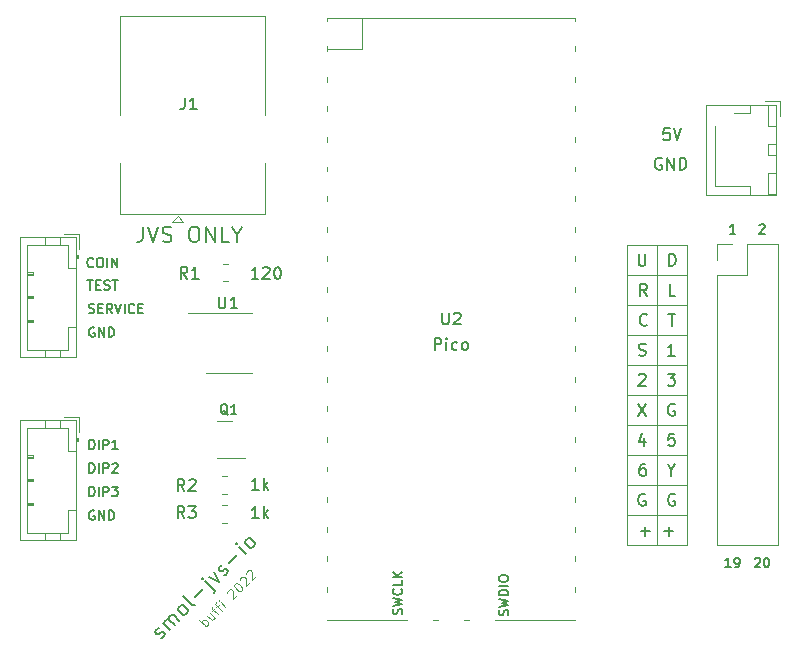
<source format=gbr>
G04 #@! TF.GenerationSoftware,KiCad,Pcbnew,(6.0.0)*
G04 #@! TF.CreationDate,2022-10-11T17:00:54+02:00*
G04 #@! TF.ProjectId,smol-jvs,736d6f6c-2d6a-4767-932e-6b696361645f,rev?*
G04 #@! TF.SameCoordinates,Original*
G04 #@! TF.FileFunction,Legend,Top*
G04 #@! TF.FilePolarity,Positive*
%FSLAX46Y46*%
G04 Gerber Fmt 4.6, Leading zero omitted, Abs format (unit mm)*
G04 Created by KiCad (PCBNEW (6.0.0)) date 2022-10-11 17:00:54*
%MOMM*%
%LPD*%
G01*
G04 APERTURE LIST*
%ADD10C,0.120000*%
%ADD11C,0.150000*%
%ADD12C,0.100000*%
%ADD13C,0.200000*%
G04 APERTURE END LIST*
D10*
X224790000Y-79605000D02*
X224790000Y-77065000D01*
X224790000Y-74525000D02*
X224790000Y-71985000D01*
X224790000Y-77065000D02*
X229870000Y-77065000D01*
X224790000Y-69445000D02*
X224790000Y-66905000D01*
X224790000Y-64365000D02*
X229870000Y-64365000D01*
X229870000Y-69445000D02*
X224790000Y-69445000D01*
X224790000Y-84685000D02*
X224790000Y-82145000D01*
X229870000Y-66905000D02*
X229870000Y-64365000D01*
X224790000Y-87225000D02*
X229870000Y-87225000D01*
X224790000Y-64365000D02*
X224790000Y-89765000D01*
X229870000Y-84685000D02*
X224790000Y-84685000D01*
X224790000Y-66905000D02*
X229870000Y-66905000D01*
X229870000Y-82145000D02*
X229870000Y-79605000D01*
X229870000Y-79605000D02*
X224790000Y-79605000D01*
X229870000Y-89765000D02*
X229870000Y-64365000D01*
X227330000Y-64365000D02*
X227330000Y-89765000D01*
X224790000Y-71985000D02*
X229870000Y-71985000D01*
X224790000Y-82145000D02*
X229870000Y-82145000D01*
X229870000Y-89765000D02*
X224790000Y-89765000D01*
X229870000Y-71985000D02*
X229870000Y-69445000D01*
X229870000Y-74525000D02*
X224790000Y-74525000D01*
X229870000Y-87225000D02*
X229870000Y-84685000D01*
D11*
X179707023Y-71350000D02*
X179630833Y-71311904D01*
X179516547Y-71311904D01*
X179402261Y-71350000D01*
X179326071Y-71426190D01*
X179287976Y-71502380D01*
X179249880Y-71654761D01*
X179249880Y-71769047D01*
X179287976Y-71921428D01*
X179326071Y-71997619D01*
X179402261Y-72073809D01*
X179516547Y-72111904D01*
X179592738Y-72111904D01*
X179707023Y-72073809D01*
X179745119Y-72035714D01*
X179745119Y-71769047D01*
X179592738Y-71769047D01*
X180087976Y-72111904D02*
X180087976Y-71311904D01*
X180545119Y-72111904D01*
X180545119Y-71311904D01*
X180926071Y-72111904D02*
X180926071Y-71311904D01*
X181116547Y-71311904D01*
X181230833Y-71350000D01*
X181307023Y-71426190D01*
X181345119Y-71502380D01*
X181383214Y-71654761D01*
X181383214Y-71769047D01*
X181345119Y-71921428D01*
X181307023Y-71997619D01*
X181230833Y-72073809D01*
X181116547Y-72111904D01*
X180926071Y-72111904D01*
D12*
X189127850Y-96633960D02*
X188562165Y-96068274D01*
X188777664Y-96283773D02*
X188804601Y-96202961D01*
X188912351Y-96095211D01*
X188993163Y-96068274D01*
X189047038Y-96068274D01*
X189127850Y-96095211D01*
X189289475Y-96256836D01*
X189316412Y-96337648D01*
X189316412Y-96391523D01*
X189289475Y-96472335D01*
X189181725Y-96580085D01*
X189100913Y-96607022D01*
X189504974Y-95502589D02*
X189882097Y-95879712D01*
X189262537Y-95745025D02*
X189558849Y-96041337D01*
X189639661Y-96068274D01*
X189720473Y-96041337D01*
X189801285Y-95960524D01*
X189828223Y-95879712D01*
X189828223Y-95825837D01*
X189693536Y-95314027D02*
X189909035Y-95098528D01*
X190151471Y-95610338D02*
X189666598Y-95125465D01*
X189639661Y-95044653D01*
X189666598Y-94963841D01*
X189720473Y-94909966D01*
X190016784Y-94990778D02*
X190232284Y-94775279D01*
X190474720Y-95287089D02*
X189989847Y-94802216D01*
X189962910Y-94721404D01*
X189989847Y-94640592D01*
X190043722Y-94586717D01*
X190797969Y-94963841D02*
X190420845Y-94586717D01*
X190232284Y-94398155D02*
X190232284Y-94452030D01*
X190286158Y-94452030D01*
X190286158Y-94398155D01*
X190232284Y-94398155D01*
X190286158Y-94452030D01*
X190959593Y-93778595D02*
X190959593Y-93724720D01*
X190986531Y-93643908D01*
X191121218Y-93509221D01*
X191202030Y-93482284D01*
X191255905Y-93482284D01*
X191336717Y-93509221D01*
X191390592Y-93563096D01*
X191444467Y-93670845D01*
X191444467Y-94317343D01*
X191794653Y-93967157D01*
X191579154Y-93051285D02*
X191633028Y-92997410D01*
X191713841Y-92970473D01*
X191767715Y-92970473D01*
X191848528Y-92997410D01*
X191983215Y-93078223D01*
X192117902Y-93212910D01*
X192198714Y-93347597D01*
X192225651Y-93428409D01*
X192225651Y-93482284D01*
X192198714Y-93563096D01*
X192144839Y-93616971D01*
X192064027Y-93643908D01*
X192010152Y-93643908D01*
X191929340Y-93616971D01*
X191794653Y-93536158D01*
X191659966Y-93401471D01*
X191579154Y-93266784D01*
X191552216Y-93185972D01*
X191552216Y-93132097D01*
X191579154Y-93051285D01*
X192037089Y-92701099D02*
X192037089Y-92647224D01*
X192064027Y-92566412D01*
X192198714Y-92431725D01*
X192279526Y-92404788D01*
X192333401Y-92404788D01*
X192414213Y-92431725D01*
X192468088Y-92485600D01*
X192521963Y-92593349D01*
X192521963Y-93239847D01*
X192872149Y-92889661D01*
X192575837Y-92162351D02*
X192575837Y-92108476D01*
X192602775Y-92027664D01*
X192737462Y-91892977D01*
X192818274Y-91866039D01*
X192872149Y-91866039D01*
X192952961Y-91892977D01*
X193006836Y-91946852D01*
X193060711Y-92054601D01*
X193060711Y-92701099D01*
X193410897Y-92350913D01*
D11*
X225806190Y-73659761D02*
X225949047Y-73707380D01*
X226187142Y-73707380D01*
X226282380Y-73659761D01*
X226330000Y-73612142D01*
X226377619Y-73516904D01*
X226377619Y-73421666D01*
X226330000Y-73326428D01*
X226282380Y-73278809D01*
X226187142Y-73231190D01*
X225996666Y-73183571D01*
X225901428Y-73135952D01*
X225853809Y-73088333D01*
X225806190Y-72993095D01*
X225806190Y-72897857D01*
X225853809Y-72802619D01*
X225901428Y-72755000D01*
X225996666Y-72707380D01*
X226234761Y-72707380D01*
X226377619Y-72755000D01*
X228853809Y-73707380D02*
X228282380Y-73707380D01*
X228568095Y-73707380D02*
X228568095Y-72707380D01*
X228472857Y-72850238D01*
X228377619Y-72945476D01*
X228282380Y-72993095D01*
X233978571Y-63361904D02*
X233521428Y-63361904D01*
X233750000Y-63361904D02*
X233750000Y-62561904D01*
X233673809Y-62676190D01*
X233597619Y-62752380D01*
X233521428Y-62790476D01*
X179287976Y-81611904D02*
X179287976Y-80811904D01*
X179478452Y-80811904D01*
X179592738Y-80850000D01*
X179668928Y-80926190D01*
X179707023Y-81002380D01*
X179745119Y-81154761D01*
X179745119Y-81269047D01*
X179707023Y-81421428D01*
X179668928Y-81497619D01*
X179592738Y-81573809D01*
X179478452Y-81611904D01*
X179287976Y-81611904D01*
X180087976Y-81611904D02*
X180087976Y-80811904D01*
X180468928Y-81611904D02*
X180468928Y-80811904D01*
X180773690Y-80811904D01*
X180849880Y-80850000D01*
X180887976Y-80888095D01*
X180926071Y-80964285D01*
X180926071Y-81078571D01*
X180887976Y-81154761D01*
X180849880Y-81192857D01*
X180773690Y-81230952D01*
X180468928Y-81230952D01*
X181687976Y-81611904D02*
X181230833Y-81611904D01*
X181459404Y-81611904D02*
X181459404Y-80811904D01*
X181383214Y-80926190D01*
X181307023Y-81002380D01*
X181230833Y-81040476D01*
X179287976Y-85611904D02*
X179287976Y-84811904D01*
X179478452Y-84811904D01*
X179592738Y-84850000D01*
X179668928Y-84926190D01*
X179707023Y-85002380D01*
X179745119Y-85154761D01*
X179745119Y-85269047D01*
X179707023Y-85421428D01*
X179668928Y-85497619D01*
X179592738Y-85573809D01*
X179478452Y-85611904D01*
X179287976Y-85611904D01*
X180087976Y-85611904D02*
X180087976Y-84811904D01*
X180468928Y-85611904D02*
X180468928Y-84811904D01*
X180773690Y-84811904D01*
X180849880Y-84850000D01*
X180887976Y-84888095D01*
X180926071Y-84964285D01*
X180926071Y-85078571D01*
X180887976Y-85154761D01*
X180849880Y-85192857D01*
X180773690Y-85230952D01*
X180468928Y-85230952D01*
X181192738Y-84811904D02*
X181687976Y-84811904D01*
X181421309Y-85116666D01*
X181535595Y-85116666D01*
X181611785Y-85154761D01*
X181649880Y-85192857D01*
X181687976Y-85269047D01*
X181687976Y-85459523D01*
X181649880Y-85535714D01*
X181611785Y-85573809D01*
X181535595Y-85611904D01*
X181307023Y-85611904D01*
X181230833Y-85573809D01*
X181192738Y-85535714D01*
X226282380Y-80660714D02*
X226282380Y-81327380D01*
X226044285Y-80279761D02*
X225806190Y-80994047D01*
X226425238Y-80994047D01*
X228806190Y-80327380D02*
X228330000Y-80327380D01*
X228282380Y-80803571D01*
X228330000Y-80755952D01*
X228425238Y-80708333D01*
X228663333Y-80708333D01*
X228758571Y-80755952D01*
X228806190Y-80803571D01*
X228853809Y-80898809D01*
X228853809Y-81136904D01*
X228806190Y-81232142D01*
X228758571Y-81279761D01*
X228663333Y-81327380D01*
X228425238Y-81327380D01*
X228330000Y-81279761D01*
X228282380Y-81232142D01*
X225782380Y-65087380D02*
X225782380Y-65896904D01*
X225830000Y-65992142D01*
X225877619Y-66039761D01*
X225972857Y-66087380D01*
X226163333Y-66087380D01*
X226258571Y-66039761D01*
X226306190Y-65992142D01*
X226353809Y-65896904D01*
X226353809Y-65087380D01*
X228353809Y-66087380D02*
X228353809Y-65087380D01*
X228591904Y-65087380D01*
X228734761Y-65135000D01*
X228830000Y-65230238D01*
X228877619Y-65325476D01*
X228925238Y-65515952D01*
X228925238Y-65658809D01*
X228877619Y-65849285D01*
X228830000Y-65944523D01*
X228734761Y-66039761D01*
X228591904Y-66087380D01*
X228353809Y-66087380D01*
X226330000Y-85455000D02*
X226234761Y-85407380D01*
X226091904Y-85407380D01*
X225949047Y-85455000D01*
X225853809Y-85550238D01*
X225806190Y-85645476D01*
X225758571Y-85835952D01*
X225758571Y-85978809D01*
X225806190Y-86169285D01*
X225853809Y-86264523D01*
X225949047Y-86359761D01*
X226091904Y-86407380D01*
X226187142Y-86407380D01*
X226330000Y-86359761D01*
X226377619Y-86312142D01*
X226377619Y-85978809D01*
X226187142Y-85978809D01*
X228853809Y-85455000D02*
X228758571Y-85407380D01*
X228615714Y-85407380D01*
X228472857Y-85455000D01*
X228377619Y-85550238D01*
X228330000Y-85645476D01*
X228282380Y-85835952D01*
X228282380Y-85978809D01*
X228330000Y-86169285D01*
X228377619Y-86264523D01*
X228472857Y-86359761D01*
X228615714Y-86407380D01*
X228710952Y-86407380D01*
X228853809Y-86359761D01*
X228901428Y-86312142D01*
X228901428Y-85978809D01*
X228710952Y-85978809D01*
X225734761Y-77787380D02*
X226401428Y-78787380D01*
X226401428Y-77787380D02*
X225734761Y-78787380D01*
X228830000Y-77835000D02*
X228734761Y-77787380D01*
X228591904Y-77787380D01*
X228449047Y-77835000D01*
X228353809Y-77930238D01*
X228306190Y-78025476D01*
X228258571Y-78215952D01*
X228258571Y-78358809D01*
X228306190Y-78549285D01*
X228353809Y-78644523D01*
X228449047Y-78739761D01*
X228591904Y-78787380D01*
X228687142Y-78787380D01*
X228830000Y-78739761D01*
X228877619Y-78692142D01*
X228877619Y-78358809D01*
X228687142Y-78358809D01*
X235640476Y-90888095D02*
X235678571Y-90850000D01*
X235754761Y-90811904D01*
X235945238Y-90811904D01*
X236021428Y-90850000D01*
X236059523Y-90888095D01*
X236097619Y-90964285D01*
X236097619Y-91040476D01*
X236059523Y-91154761D01*
X235602380Y-91611904D01*
X236097619Y-91611904D01*
X236592857Y-90811904D02*
X236669047Y-90811904D01*
X236745238Y-90850000D01*
X236783333Y-90888095D01*
X236821428Y-90964285D01*
X236859523Y-91116666D01*
X236859523Y-91307142D01*
X236821428Y-91459523D01*
X236783333Y-91535714D01*
X236745238Y-91573809D01*
X236669047Y-91611904D01*
X236592857Y-91611904D01*
X236516666Y-91573809D01*
X236478571Y-91535714D01*
X236440476Y-91459523D01*
X236402380Y-91307142D01*
X236402380Y-91116666D01*
X236440476Y-90964285D01*
X236478571Y-90888095D01*
X236516666Y-90850000D01*
X236592857Y-90811904D01*
X225949047Y-88566428D02*
X226710952Y-88566428D01*
X226330000Y-88947380D02*
X226330000Y-88185476D01*
X227949047Y-88566428D02*
X228710952Y-88566428D01*
X228330000Y-88947380D02*
X228330000Y-88185476D01*
X226330000Y-82867380D02*
X226139523Y-82867380D01*
X226044285Y-82915000D01*
X225996666Y-82962619D01*
X225901428Y-83105476D01*
X225853809Y-83295952D01*
X225853809Y-83676904D01*
X225901428Y-83772142D01*
X225949047Y-83819761D01*
X226044285Y-83867380D01*
X226234761Y-83867380D01*
X226330000Y-83819761D01*
X226377619Y-83772142D01*
X226425238Y-83676904D01*
X226425238Y-83438809D01*
X226377619Y-83343571D01*
X226330000Y-83295952D01*
X226234761Y-83248333D01*
X226044285Y-83248333D01*
X225949047Y-83295952D01*
X225901428Y-83343571D01*
X225853809Y-83438809D01*
X228568095Y-83391190D02*
X228568095Y-83867380D01*
X228234761Y-82867380D02*
X228568095Y-83391190D01*
X228901428Y-82867380D01*
X236021428Y-62638095D02*
X236059523Y-62600000D01*
X236135714Y-62561904D01*
X236326190Y-62561904D01*
X236402380Y-62600000D01*
X236440476Y-62638095D01*
X236478571Y-62714285D01*
X236478571Y-62790476D01*
X236440476Y-62904761D01*
X235983333Y-63361904D01*
X236478571Y-63361904D01*
X226496666Y-71072142D02*
X226449047Y-71119761D01*
X226306190Y-71167380D01*
X226210952Y-71167380D01*
X226068095Y-71119761D01*
X225972857Y-71024523D01*
X225925238Y-70929285D01*
X225877619Y-70738809D01*
X225877619Y-70595952D01*
X225925238Y-70405476D01*
X225972857Y-70310238D01*
X226068095Y-70215000D01*
X226210952Y-70167380D01*
X226306190Y-70167380D01*
X226449047Y-70215000D01*
X226496666Y-70262619D01*
X228306190Y-70167380D02*
X228877619Y-70167380D01*
X228591904Y-71167380D02*
X228591904Y-70167380D01*
X179619047Y-66135714D02*
X179580952Y-66173809D01*
X179466666Y-66211904D01*
X179390476Y-66211904D01*
X179276190Y-66173809D01*
X179200000Y-66097619D01*
X179161904Y-66021428D01*
X179123809Y-65869047D01*
X179123809Y-65754761D01*
X179161904Y-65602380D01*
X179200000Y-65526190D01*
X179276190Y-65450000D01*
X179390476Y-65411904D01*
X179466666Y-65411904D01*
X179580952Y-65450000D01*
X179619047Y-65488095D01*
X180114285Y-65411904D02*
X180266666Y-65411904D01*
X180342857Y-65450000D01*
X180419047Y-65526190D01*
X180457142Y-65678571D01*
X180457142Y-65945238D01*
X180419047Y-66097619D01*
X180342857Y-66173809D01*
X180266666Y-66211904D01*
X180114285Y-66211904D01*
X180038095Y-66173809D01*
X179961904Y-66097619D01*
X179923809Y-65945238D01*
X179923809Y-65678571D01*
X179961904Y-65526190D01*
X180038095Y-65450000D01*
X180114285Y-65411904D01*
X180800000Y-66211904D02*
X180800000Y-65411904D01*
X181180952Y-66211904D02*
X181180952Y-65411904D01*
X181638095Y-66211904D01*
X181638095Y-65411904D01*
X226472857Y-68627380D02*
X226139523Y-68151190D01*
X225901428Y-68627380D02*
X225901428Y-67627380D01*
X226282380Y-67627380D01*
X226377619Y-67675000D01*
X226425238Y-67722619D01*
X226472857Y-67817857D01*
X226472857Y-67960714D01*
X226425238Y-68055952D01*
X226377619Y-68103571D01*
X226282380Y-68151190D01*
X225901428Y-68151190D01*
X228901428Y-68627380D02*
X228425238Y-68627380D01*
X228425238Y-67627380D01*
X225806190Y-75342619D02*
X225853809Y-75295000D01*
X225949047Y-75247380D01*
X226187142Y-75247380D01*
X226282380Y-75295000D01*
X226330000Y-75342619D01*
X226377619Y-75437857D01*
X226377619Y-75533095D01*
X226330000Y-75675952D01*
X225758571Y-76247380D01*
X226377619Y-76247380D01*
X228234761Y-75247380D02*
X228853809Y-75247380D01*
X228520476Y-75628333D01*
X228663333Y-75628333D01*
X228758571Y-75675952D01*
X228806190Y-75723571D01*
X228853809Y-75818809D01*
X228853809Y-76056904D01*
X228806190Y-76152142D01*
X228758571Y-76199761D01*
X228663333Y-76247380D01*
X228377619Y-76247380D01*
X228282380Y-76199761D01*
X228234761Y-76152142D01*
X179287976Y-83611904D02*
X179287976Y-82811904D01*
X179478452Y-82811904D01*
X179592738Y-82850000D01*
X179668928Y-82926190D01*
X179707023Y-83002380D01*
X179745119Y-83154761D01*
X179745119Y-83269047D01*
X179707023Y-83421428D01*
X179668928Y-83497619D01*
X179592738Y-83573809D01*
X179478452Y-83611904D01*
X179287976Y-83611904D01*
X180087976Y-83611904D02*
X180087976Y-82811904D01*
X180468928Y-83611904D02*
X180468928Y-82811904D01*
X180773690Y-82811904D01*
X180849880Y-82850000D01*
X180887976Y-82888095D01*
X180926071Y-82964285D01*
X180926071Y-83078571D01*
X180887976Y-83154761D01*
X180849880Y-83192857D01*
X180773690Y-83230952D01*
X180468928Y-83230952D01*
X181230833Y-82888095D02*
X181268928Y-82850000D01*
X181345119Y-82811904D01*
X181535595Y-82811904D01*
X181611785Y-82850000D01*
X181649880Y-82888095D01*
X181687976Y-82964285D01*
X181687976Y-83040476D01*
X181649880Y-83154761D01*
X181192738Y-83611904D01*
X181687976Y-83611904D01*
D13*
X185338197Y-97627327D02*
X185464466Y-97585238D01*
X185632824Y-97416879D01*
X185674914Y-97290610D01*
X185632824Y-97164341D01*
X185590735Y-97122251D01*
X185464466Y-97080161D01*
X185338197Y-97122251D01*
X185211927Y-97248520D01*
X185085658Y-97290610D01*
X184959389Y-97248520D01*
X184917300Y-97206430D01*
X184875210Y-97080161D01*
X184917300Y-96953892D01*
X185043569Y-96827623D01*
X185169838Y-96785533D01*
X186137901Y-96911802D02*
X185548645Y-96322547D01*
X185632824Y-96406726D02*
X185632824Y-96322547D01*
X185674914Y-96196278D01*
X185801183Y-96070009D01*
X185927452Y-96027919D01*
X186053721Y-96070009D01*
X186516708Y-96532995D01*
X186053721Y-96070009D02*
X186011632Y-95943740D01*
X186053721Y-95817471D01*
X186179990Y-95691201D01*
X186306259Y-95649112D01*
X186432528Y-95691201D01*
X186895515Y-96154188D01*
X187442681Y-95607022D02*
X187316412Y-95649112D01*
X187232233Y-95649112D01*
X187105963Y-95607022D01*
X186853425Y-95354484D01*
X186811336Y-95228215D01*
X186811336Y-95144036D01*
X186853425Y-95017766D01*
X186979694Y-94891497D01*
X187105963Y-94849408D01*
X187190143Y-94849408D01*
X187316412Y-94891497D01*
X187568950Y-95144036D01*
X187611040Y-95270305D01*
X187611040Y-95354484D01*
X187568950Y-95480753D01*
X187442681Y-95607022D01*
X188242385Y-94807318D02*
X188116116Y-94849408D01*
X187989847Y-94807318D01*
X187232233Y-94049704D01*
X188242385Y-94133883D02*
X188915820Y-93460448D01*
X189084179Y-92787013D02*
X189841793Y-93544627D01*
X189883883Y-93670896D01*
X189841793Y-93797165D01*
X189799704Y-93839255D01*
X188789551Y-92492385D02*
X188789551Y-92576564D01*
X188873730Y-92576564D01*
X188873730Y-92492385D01*
X188789551Y-92492385D01*
X188873730Y-92576564D01*
X189420896Y-92450295D02*
X190220600Y-92829103D01*
X189841793Y-92029399D01*
X190683587Y-92281937D02*
X190809856Y-92239847D01*
X190978215Y-92071488D01*
X191020305Y-91945219D01*
X190978215Y-91818950D01*
X190936125Y-91776860D01*
X190809856Y-91734771D01*
X190683587Y-91776860D01*
X190557318Y-91903129D01*
X190431049Y-91945219D01*
X190304780Y-91903129D01*
X190262690Y-91861040D01*
X190220600Y-91734771D01*
X190262690Y-91608502D01*
X190388959Y-91482233D01*
X190515228Y-91440143D01*
X191146574Y-91229694D02*
X191820009Y-90556259D01*
X192577623Y-90472080D02*
X191988367Y-89882824D01*
X191693740Y-89588197D02*
X191693740Y-89672376D01*
X191777919Y-89672376D01*
X191777919Y-89588197D01*
X191693740Y-89588197D01*
X191777919Y-89672376D01*
X193124789Y-89924914D02*
X192998520Y-89967004D01*
X192914341Y-89967004D01*
X192788072Y-89924914D01*
X192535533Y-89672376D01*
X192493444Y-89546107D01*
X192493444Y-89461927D01*
X192535533Y-89335658D01*
X192661802Y-89209389D01*
X192788072Y-89167300D01*
X192872251Y-89167300D01*
X192998520Y-89209389D01*
X193251058Y-89461927D01*
X193293148Y-89588197D01*
X193293148Y-89672376D01*
X193251058Y-89798645D01*
X193124789Y-89924914D01*
X228409523Y-54452380D02*
X227933333Y-54452380D01*
X227885714Y-54928571D01*
X227933333Y-54880952D01*
X228028571Y-54833333D01*
X228266666Y-54833333D01*
X228361904Y-54880952D01*
X228409523Y-54928571D01*
X228457142Y-55023809D01*
X228457142Y-55261904D01*
X228409523Y-55357142D01*
X228361904Y-55404761D01*
X228266666Y-55452380D01*
X228028571Y-55452380D01*
X227933333Y-55404761D01*
X227885714Y-55357142D01*
X228742857Y-54452380D02*
X229076190Y-55452380D01*
X229409523Y-54452380D01*
D11*
X179249880Y-70073809D02*
X179364166Y-70111904D01*
X179554642Y-70111904D01*
X179630833Y-70073809D01*
X179668928Y-70035714D01*
X179707023Y-69959523D01*
X179707023Y-69883333D01*
X179668928Y-69807142D01*
X179630833Y-69769047D01*
X179554642Y-69730952D01*
X179402261Y-69692857D01*
X179326071Y-69654761D01*
X179287976Y-69616666D01*
X179249880Y-69540476D01*
X179249880Y-69464285D01*
X179287976Y-69388095D01*
X179326071Y-69350000D01*
X179402261Y-69311904D01*
X179592738Y-69311904D01*
X179707023Y-69350000D01*
X180049880Y-69692857D02*
X180316547Y-69692857D01*
X180430833Y-70111904D02*
X180049880Y-70111904D01*
X180049880Y-69311904D01*
X180430833Y-69311904D01*
X181230833Y-70111904D02*
X180964166Y-69730952D01*
X180773690Y-70111904D02*
X180773690Y-69311904D01*
X181078452Y-69311904D01*
X181154642Y-69350000D01*
X181192738Y-69388095D01*
X181230833Y-69464285D01*
X181230833Y-69578571D01*
X181192738Y-69654761D01*
X181154642Y-69692857D01*
X181078452Y-69730952D01*
X180773690Y-69730952D01*
X181459404Y-69311904D02*
X181726071Y-70111904D01*
X181992738Y-69311904D01*
X182259404Y-70111904D02*
X182259404Y-69311904D01*
X183097500Y-70035714D02*
X183059404Y-70073809D01*
X182945119Y-70111904D01*
X182868928Y-70111904D01*
X182754642Y-70073809D01*
X182678452Y-69997619D01*
X182640357Y-69921428D01*
X182602261Y-69769047D01*
X182602261Y-69654761D01*
X182640357Y-69502380D01*
X182678452Y-69426190D01*
X182754642Y-69350000D01*
X182868928Y-69311904D01*
X182945119Y-69311904D01*
X183059404Y-69350000D01*
X183097500Y-69388095D01*
X183440357Y-69692857D02*
X183707023Y-69692857D01*
X183821309Y-70111904D02*
X183440357Y-70111904D01*
X183440357Y-69311904D01*
X183821309Y-69311904D01*
X179123809Y-67311904D02*
X179580952Y-67311904D01*
X179352380Y-68111904D02*
X179352380Y-67311904D01*
X179847619Y-67692857D02*
X180114285Y-67692857D01*
X180228571Y-68111904D02*
X179847619Y-68111904D01*
X179847619Y-67311904D01*
X180228571Y-67311904D01*
X180533333Y-68073809D02*
X180647619Y-68111904D01*
X180838095Y-68111904D01*
X180914285Y-68073809D01*
X180952380Y-68035714D01*
X180990476Y-67959523D01*
X180990476Y-67883333D01*
X180952380Y-67807142D01*
X180914285Y-67769047D01*
X180838095Y-67730952D01*
X180685714Y-67692857D01*
X180609523Y-67654761D01*
X180571428Y-67616666D01*
X180533333Y-67540476D01*
X180533333Y-67464285D01*
X180571428Y-67388095D01*
X180609523Y-67350000D01*
X180685714Y-67311904D01*
X180876190Y-67311904D01*
X180990476Y-67350000D01*
X181219047Y-67311904D02*
X181676190Y-67311904D01*
X181447619Y-68111904D02*
X181447619Y-67311904D01*
D13*
X183819047Y-62788095D02*
X183819047Y-63716666D01*
X183757142Y-63902380D01*
X183633333Y-64026190D01*
X183447619Y-64088095D01*
X183323809Y-64088095D01*
X184252380Y-62788095D02*
X184685714Y-64088095D01*
X185119047Y-62788095D01*
X185490476Y-64026190D02*
X185676190Y-64088095D01*
X185985714Y-64088095D01*
X186109523Y-64026190D01*
X186171428Y-63964285D01*
X186233333Y-63840476D01*
X186233333Y-63716666D01*
X186171428Y-63592857D01*
X186109523Y-63530952D01*
X185985714Y-63469047D01*
X185738095Y-63407142D01*
X185614285Y-63345238D01*
X185552380Y-63283333D01*
X185490476Y-63159523D01*
X185490476Y-63035714D01*
X185552380Y-62911904D01*
X185614285Y-62850000D01*
X185738095Y-62788095D01*
X186047619Y-62788095D01*
X186233333Y-62850000D01*
X188028571Y-62788095D02*
X188276190Y-62788095D01*
X188400000Y-62850000D01*
X188523809Y-62973809D01*
X188585714Y-63221428D01*
X188585714Y-63654761D01*
X188523809Y-63902380D01*
X188400000Y-64026190D01*
X188276190Y-64088095D01*
X188028571Y-64088095D01*
X187904761Y-64026190D01*
X187780952Y-63902380D01*
X187719047Y-63654761D01*
X187719047Y-63221428D01*
X187780952Y-62973809D01*
X187904761Y-62850000D01*
X188028571Y-62788095D01*
X189142857Y-64088095D02*
X189142857Y-62788095D01*
X189885714Y-64088095D01*
X189885714Y-62788095D01*
X191123809Y-64088095D02*
X190504761Y-64088095D01*
X190504761Y-62788095D01*
X191804761Y-63469047D02*
X191804761Y-64088095D01*
X191371428Y-62788095D02*
X191804761Y-63469047D01*
X192238095Y-62788095D01*
D11*
X233597619Y-91611904D02*
X233140476Y-91611904D01*
X233369047Y-91611904D02*
X233369047Y-90811904D01*
X233292857Y-90926190D01*
X233216666Y-91002380D01*
X233140476Y-91040476D01*
X233978571Y-91611904D02*
X234130952Y-91611904D01*
X234207142Y-91573809D01*
X234245238Y-91535714D01*
X234321428Y-91421428D01*
X234359523Y-91269047D01*
X234359523Y-90964285D01*
X234321428Y-90888095D01*
X234283333Y-90850000D01*
X234207142Y-90811904D01*
X234054761Y-90811904D01*
X233978571Y-90850000D01*
X233940476Y-90888095D01*
X233902380Y-90964285D01*
X233902380Y-91154761D01*
X233940476Y-91230952D01*
X233978571Y-91269047D01*
X234054761Y-91307142D01*
X234207142Y-91307142D01*
X234283333Y-91269047D01*
X234321428Y-91230952D01*
X234359523Y-91154761D01*
D13*
X227738095Y-57000000D02*
X227642857Y-56952380D01*
X227500000Y-56952380D01*
X227357142Y-57000000D01*
X227261904Y-57095238D01*
X227214285Y-57190476D01*
X227166666Y-57380952D01*
X227166666Y-57523809D01*
X227214285Y-57714285D01*
X227261904Y-57809523D01*
X227357142Y-57904761D01*
X227500000Y-57952380D01*
X227595238Y-57952380D01*
X227738095Y-57904761D01*
X227785714Y-57857142D01*
X227785714Y-57523809D01*
X227595238Y-57523809D01*
X228214285Y-57952380D02*
X228214285Y-56952380D01*
X228785714Y-57952380D01*
X228785714Y-56952380D01*
X229261904Y-57952380D02*
X229261904Y-56952380D01*
X229500000Y-56952380D01*
X229642857Y-57000000D01*
X229738095Y-57095238D01*
X229785714Y-57190476D01*
X229833333Y-57380952D01*
X229833333Y-57523809D01*
X229785714Y-57714285D01*
X229738095Y-57809523D01*
X229642857Y-57904761D01*
X229500000Y-57952380D01*
X229261904Y-57952380D01*
D11*
X179707023Y-86850000D02*
X179630833Y-86811904D01*
X179516547Y-86811904D01*
X179402261Y-86850000D01*
X179326071Y-86926190D01*
X179287976Y-87002380D01*
X179249880Y-87154761D01*
X179249880Y-87269047D01*
X179287976Y-87421428D01*
X179326071Y-87497619D01*
X179402261Y-87573809D01*
X179516547Y-87611904D01*
X179592738Y-87611904D01*
X179707023Y-87573809D01*
X179745119Y-87535714D01*
X179745119Y-87269047D01*
X179592738Y-87269047D01*
X180087976Y-87611904D02*
X180087976Y-86811904D01*
X180545119Y-87611904D01*
X180545119Y-86811904D01*
X180926071Y-87611904D02*
X180926071Y-86811904D01*
X181116547Y-86811904D01*
X181230833Y-86850000D01*
X181307023Y-86926190D01*
X181345119Y-87002380D01*
X181383214Y-87154761D01*
X181383214Y-87269047D01*
X181345119Y-87421428D01*
X181307023Y-87497619D01*
X181230833Y-87573809D01*
X181116547Y-87611904D01*
X180926071Y-87611904D01*
G04 #@! TO.C,R1*
X187583333Y-67177380D02*
X187250000Y-66701190D01*
X187011904Y-67177380D02*
X187011904Y-66177380D01*
X187392857Y-66177380D01*
X187488095Y-66225000D01*
X187535714Y-66272619D01*
X187583333Y-66367857D01*
X187583333Y-66510714D01*
X187535714Y-66605952D01*
X187488095Y-66653571D01*
X187392857Y-66701190D01*
X187011904Y-66701190D01*
X188535714Y-67177380D02*
X187964285Y-67177380D01*
X188250000Y-67177380D02*
X188250000Y-66177380D01*
X188154761Y-66320238D01*
X188059523Y-66415476D01*
X187964285Y-66463095D01*
X193583333Y-67202380D02*
X193011904Y-67202380D01*
X193297619Y-67202380D02*
X193297619Y-66202380D01*
X193202380Y-66345238D01*
X193107142Y-66440476D01*
X193011904Y-66488095D01*
X193964285Y-66297619D02*
X194011904Y-66250000D01*
X194107142Y-66202380D01*
X194345238Y-66202380D01*
X194440476Y-66250000D01*
X194488095Y-66297619D01*
X194535714Y-66392857D01*
X194535714Y-66488095D01*
X194488095Y-66630952D01*
X193916666Y-67202380D01*
X194535714Y-67202380D01*
X195154761Y-66202380D02*
X195250000Y-66202380D01*
X195345238Y-66250000D01*
X195392857Y-66297619D01*
X195440476Y-66392857D01*
X195488095Y-66583333D01*
X195488095Y-66821428D01*
X195440476Y-67011904D01*
X195392857Y-67107142D01*
X195345238Y-67154761D01*
X195250000Y-67202380D01*
X195154761Y-67202380D01*
X195059523Y-67154761D01*
X195011904Y-67107142D01*
X194964285Y-67011904D01*
X194916666Y-66821428D01*
X194916666Y-66583333D01*
X194964285Y-66392857D01*
X195011904Y-66297619D01*
X195059523Y-66250000D01*
X195154761Y-66202380D01*
G04 #@! TO.C,R3*
X187333333Y-87452380D02*
X187000000Y-86976190D01*
X186761904Y-87452380D02*
X186761904Y-86452380D01*
X187142857Y-86452380D01*
X187238095Y-86500000D01*
X187285714Y-86547619D01*
X187333333Y-86642857D01*
X187333333Y-86785714D01*
X187285714Y-86880952D01*
X187238095Y-86928571D01*
X187142857Y-86976190D01*
X186761904Y-86976190D01*
X187666666Y-86452380D02*
X188285714Y-86452380D01*
X187952380Y-86833333D01*
X188095238Y-86833333D01*
X188190476Y-86880952D01*
X188238095Y-86928571D01*
X188285714Y-87023809D01*
X188285714Y-87261904D01*
X188238095Y-87357142D01*
X188190476Y-87404761D01*
X188095238Y-87452380D01*
X187809523Y-87452380D01*
X187714285Y-87404761D01*
X187666666Y-87357142D01*
X193630952Y-87452380D02*
X193059523Y-87452380D01*
X193345238Y-87452380D02*
X193345238Y-86452380D01*
X193250000Y-86595238D01*
X193154761Y-86690476D01*
X193059523Y-86738095D01*
X194059523Y-87452380D02*
X194059523Y-86452380D01*
X194154761Y-87071428D02*
X194440476Y-87452380D01*
X194440476Y-86785714D02*
X194059523Y-87166666D01*
G04 #@! TO.C,R2*
X187333333Y-85152380D02*
X187000000Y-84676190D01*
X186761904Y-85152380D02*
X186761904Y-84152380D01*
X187142857Y-84152380D01*
X187238095Y-84200000D01*
X187285714Y-84247619D01*
X187333333Y-84342857D01*
X187333333Y-84485714D01*
X187285714Y-84580952D01*
X187238095Y-84628571D01*
X187142857Y-84676190D01*
X186761904Y-84676190D01*
X187714285Y-84247619D02*
X187761904Y-84200000D01*
X187857142Y-84152380D01*
X188095238Y-84152380D01*
X188190476Y-84200000D01*
X188238095Y-84247619D01*
X188285714Y-84342857D01*
X188285714Y-84438095D01*
X188238095Y-84580952D01*
X187666666Y-85152380D01*
X188285714Y-85152380D01*
X193630952Y-85052380D02*
X193059523Y-85052380D01*
X193345238Y-85052380D02*
X193345238Y-84052380D01*
X193250000Y-84195238D01*
X193154761Y-84290476D01*
X193059523Y-84338095D01*
X194059523Y-85052380D02*
X194059523Y-84052380D01*
X194154761Y-84671428D02*
X194440476Y-85052380D01*
X194440476Y-84385714D02*
X194059523Y-84766666D01*
G04 #@! TO.C,U1*
X190238095Y-68702380D02*
X190238095Y-69511904D01*
X190285714Y-69607142D01*
X190333333Y-69654761D01*
X190428571Y-69702380D01*
X190619047Y-69702380D01*
X190714285Y-69654761D01*
X190761904Y-69607142D01*
X190809523Y-69511904D01*
X190809523Y-68702380D01*
X191809523Y-69702380D02*
X191238095Y-69702380D01*
X191523809Y-69702380D02*
X191523809Y-68702380D01*
X191428571Y-68845238D01*
X191333333Y-68940476D01*
X191238095Y-68988095D01*
G04 #@! TO.C,J1*
X187366666Y-51852380D02*
X187366666Y-52566666D01*
X187319047Y-52709523D01*
X187223809Y-52804761D01*
X187080952Y-52852380D01*
X186985714Y-52852380D01*
X188366666Y-52852380D02*
X187795238Y-52852380D01*
X188080952Y-52852380D02*
X188080952Y-51852380D01*
X187985714Y-51995238D01*
X187890476Y-52090476D01*
X187795238Y-52138095D01*
G04 #@! TO.C,U2*
X209138095Y-70052380D02*
X209138095Y-70861904D01*
X209185714Y-70957142D01*
X209233333Y-71004761D01*
X209328571Y-71052380D01*
X209519047Y-71052380D01*
X209614285Y-71004761D01*
X209661904Y-70957142D01*
X209709523Y-70861904D01*
X209709523Y-70052380D01*
X210138095Y-70147619D02*
X210185714Y-70100000D01*
X210280952Y-70052380D01*
X210519047Y-70052380D01*
X210614285Y-70100000D01*
X210661904Y-70147619D01*
X210709523Y-70242857D01*
X210709523Y-70338095D01*
X210661904Y-70480952D01*
X210090476Y-71052380D01*
X210709523Y-71052380D01*
X208519047Y-73211380D02*
X208519047Y-72211380D01*
X208900000Y-72211380D01*
X208995238Y-72259000D01*
X209042857Y-72306619D01*
X209090476Y-72401857D01*
X209090476Y-72544714D01*
X209042857Y-72639952D01*
X208995238Y-72687571D01*
X208900000Y-72735190D01*
X208519047Y-72735190D01*
X209519047Y-73211380D02*
X209519047Y-72544714D01*
X209519047Y-72211380D02*
X209471428Y-72259000D01*
X209519047Y-72306619D01*
X209566666Y-72259000D01*
X209519047Y-72211380D01*
X209519047Y-72306619D01*
X210423809Y-73163761D02*
X210328571Y-73211380D01*
X210138095Y-73211380D01*
X210042857Y-73163761D01*
X209995238Y-73116142D01*
X209947619Y-73020904D01*
X209947619Y-72735190D01*
X209995238Y-72639952D01*
X210042857Y-72592333D01*
X210138095Y-72544714D01*
X210328571Y-72544714D01*
X210423809Y-72592333D01*
X210995238Y-73211380D02*
X210900000Y-73163761D01*
X210852380Y-73116142D01*
X210804761Y-73020904D01*
X210804761Y-72735190D01*
X210852380Y-72639952D01*
X210900000Y-72592333D01*
X210995238Y-72544714D01*
X211138095Y-72544714D01*
X211233333Y-72592333D01*
X211280952Y-72639952D01*
X211328571Y-72735190D01*
X211328571Y-73020904D01*
X211280952Y-73116142D01*
X211233333Y-73163761D01*
X211138095Y-73211380D01*
X210995238Y-73211380D01*
X205723809Y-95609523D02*
X205761904Y-95495238D01*
X205761904Y-95304761D01*
X205723809Y-95228571D01*
X205685714Y-95190476D01*
X205609523Y-95152380D01*
X205533333Y-95152380D01*
X205457142Y-95190476D01*
X205419047Y-95228571D01*
X205380952Y-95304761D01*
X205342857Y-95457142D01*
X205304761Y-95533333D01*
X205266666Y-95571428D01*
X205190476Y-95609523D01*
X205114285Y-95609523D01*
X205038095Y-95571428D01*
X205000000Y-95533333D01*
X204961904Y-95457142D01*
X204961904Y-95266666D01*
X205000000Y-95152380D01*
X204961904Y-94885714D02*
X205761904Y-94695238D01*
X205190476Y-94542857D01*
X205761904Y-94390476D01*
X204961904Y-94200000D01*
X205685714Y-93438095D02*
X205723809Y-93476190D01*
X205761904Y-93590476D01*
X205761904Y-93666666D01*
X205723809Y-93780952D01*
X205647619Y-93857142D01*
X205571428Y-93895238D01*
X205419047Y-93933333D01*
X205304761Y-93933333D01*
X205152380Y-93895238D01*
X205076190Y-93857142D01*
X205000000Y-93780952D01*
X204961904Y-93666666D01*
X204961904Y-93590476D01*
X205000000Y-93476190D01*
X205038095Y-93438095D01*
X205761904Y-92714285D02*
X205761904Y-93095238D01*
X204961904Y-93095238D01*
X205761904Y-92447619D02*
X204961904Y-92447619D01*
X205761904Y-91990476D02*
X205304761Y-92333333D01*
X204961904Y-91990476D02*
X205419047Y-92447619D01*
X214723809Y-95695238D02*
X214761904Y-95580952D01*
X214761904Y-95390476D01*
X214723809Y-95314285D01*
X214685714Y-95276190D01*
X214609523Y-95238095D01*
X214533333Y-95238095D01*
X214457142Y-95276190D01*
X214419047Y-95314285D01*
X214380952Y-95390476D01*
X214342857Y-95542857D01*
X214304761Y-95619047D01*
X214266666Y-95657142D01*
X214190476Y-95695238D01*
X214114285Y-95695238D01*
X214038095Y-95657142D01*
X214000000Y-95619047D01*
X213961904Y-95542857D01*
X213961904Y-95352380D01*
X214000000Y-95238095D01*
X213961904Y-94971428D02*
X214761904Y-94780952D01*
X214190476Y-94628571D01*
X214761904Y-94476190D01*
X213961904Y-94285714D01*
X214761904Y-93980952D02*
X213961904Y-93980952D01*
X213961904Y-93790476D01*
X214000000Y-93676190D01*
X214076190Y-93600000D01*
X214152380Y-93561904D01*
X214304761Y-93523809D01*
X214419047Y-93523809D01*
X214571428Y-93561904D01*
X214647619Y-93600000D01*
X214723809Y-93676190D01*
X214761904Y-93790476D01*
X214761904Y-93980952D01*
X214761904Y-93180952D02*
X213961904Y-93180952D01*
X213961904Y-92647619D02*
X213961904Y-92495238D01*
X214000000Y-92419047D01*
X214076190Y-92342857D01*
X214228571Y-92304761D01*
X214495238Y-92304761D01*
X214647619Y-92342857D01*
X214723809Y-92419047D01*
X214761904Y-92495238D01*
X214761904Y-92647619D01*
X214723809Y-92723809D01*
X214647619Y-92800000D01*
X214495238Y-92838095D01*
X214228571Y-92838095D01*
X214076190Y-92800000D01*
X214000000Y-92723809D01*
X213961904Y-92647619D01*
G04 #@! TO.C,Q1*
X190998809Y-78688095D02*
X190922619Y-78650000D01*
X190846428Y-78573809D01*
X190732142Y-78459523D01*
X190655952Y-78421428D01*
X190579761Y-78421428D01*
X190617857Y-78611904D02*
X190541666Y-78573809D01*
X190465476Y-78497619D01*
X190427380Y-78345238D01*
X190427380Y-78078571D01*
X190465476Y-77926190D01*
X190541666Y-77850000D01*
X190617857Y-77811904D01*
X190770238Y-77811904D01*
X190846428Y-77850000D01*
X190922619Y-77926190D01*
X190960714Y-78078571D01*
X190960714Y-78345238D01*
X190922619Y-78497619D01*
X190846428Y-78573809D01*
X190770238Y-78611904D01*
X190617857Y-78611904D01*
X191722619Y-78611904D02*
X191265476Y-78611904D01*
X191494047Y-78611904D02*
X191494047Y-77811904D01*
X191417857Y-77926190D01*
X191341666Y-78002380D01*
X191265476Y-78040476D01*
D10*
G04 #@! TO.C,R1*
X191027064Y-67385000D02*
X190572936Y-67385000D01*
X191027064Y-65915000D02*
X190572936Y-65915000D01*
G04 #@! TO.C,R3*
X190977064Y-87835000D02*
X190522936Y-87835000D01*
X190977064Y-86365000D02*
X190522936Y-86365000D01*
G04 #@! TO.C,R2*
X190522936Y-85385000D02*
X190977064Y-85385000D01*
X190522936Y-83915000D02*
X190977064Y-83915000D01*
G04 #@! TO.C,U1*
X191100000Y-70090000D02*
X193050000Y-70090000D01*
X191100000Y-75210000D02*
X189150000Y-75210000D01*
X191100000Y-70090000D02*
X187650000Y-70090000D01*
X191100000Y-75210000D02*
X193050000Y-75210000D01*
G04 #@! TO.C,J1*
X194160000Y-44957500D02*
X194160000Y-53317500D01*
X187250000Y-62397500D02*
X186750000Y-61897500D01*
X181840000Y-53317500D02*
X181840000Y-44957500D01*
X181840000Y-61677500D02*
X194160000Y-61677500D01*
X181840000Y-57417500D02*
X181840000Y-61677500D01*
X186750000Y-61897500D02*
X186250000Y-62397500D01*
X186250000Y-62397500D02*
X187250000Y-62397500D01*
X181840000Y-44957500D02*
X194160000Y-44957500D01*
X194160000Y-61677500D02*
X194160000Y-57417500D01*
G04 #@! TO.C,U2*
X220400000Y-78000000D02*
X220400000Y-78400000D01*
X199400000Y-62800000D02*
X199400000Y-63200000D01*
X199400000Y-60200000D02*
X199400000Y-60600000D01*
X220400000Y-67900000D02*
X220400000Y-68300000D01*
X220400000Y-70400000D02*
X220400000Y-70800000D01*
X220400000Y-80600000D02*
X220400000Y-81000000D01*
X208400000Y-96100000D02*
X208800000Y-96100000D01*
X220400000Y-65300000D02*
X220400000Y-65700000D01*
X199400000Y-78000000D02*
X199400000Y-78400000D01*
X199400000Y-88200000D02*
X199400000Y-88600000D01*
X220400000Y-50100000D02*
X220400000Y-50500000D01*
X202407000Y-47767000D02*
X202407000Y-45100000D01*
X199400000Y-45100000D02*
X199400000Y-45400000D01*
X199400000Y-47500000D02*
X199400000Y-47900000D01*
X206200000Y-96100000D02*
X199400000Y-96100000D01*
X220400000Y-75500000D02*
X220400000Y-75900000D01*
X199400000Y-70400000D02*
X199400000Y-70800000D01*
X220400000Y-55200000D02*
X220400000Y-55600000D01*
X220400000Y-85700000D02*
X220400000Y-86100000D01*
X199400000Y-67900000D02*
X199400000Y-68300000D01*
X220400000Y-93300000D02*
X220400000Y-93700000D01*
X199400000Y-65300000D02*
X199400000Y-65700000D01*
X220400000Y-72900000D02*
X220400000Y-73300000D01*
X199400000Y-72900000D02*
X199400000Y-73300000D01*
X220400000Y-83100000D02*
X220400000Y-83500000D01*
X199400000Y-83100000D02*
X199400000Y-83500000D01*
X199400000Y-57700000D02*
X199400000Y-58100000D01*
X199400000Y-50100000D02*
X199400000Y-50500000D01*
X199400000Y-93300000D02*
X199400000Y-93700000D01*
X220400000Y-52600000D02*
X220400000Y-53000000D01*
X199400000Y-45100000D02*
X220400000Y-45100000D01*
X220400000Y-57700000D02*
X220400000Y-58100000D01*
X220400000Y-47500000D02*
X220400000Y-47900000D01*
X220400000Y-62800000D02*
X220400000Y-63200000D01*
X199400000Y-80600000D02*
X199400000Y-81000000D01*
X199400000Y-47767000D02*
X202407000Y-47767000D01*
X211000000Y-96100000D02*
X211400000Y-96100000D01*
X220400000Y-90700000D02*
X220400000Y-91100000D01*
X220400000Y-96100000D02*
X213600000Y-96100000D01*
X220400000Y-60200000D02*
X220400000Y-60600000D01*
X199400000Y-90700000D02*
X199400000Y-91100000D01*
X199400000Y-52600000D02*
X199400000Y-53000000D01*
X199400000Y-75500000D02*
X199400000Y-75900000D01*
X199400000Y-85700000D02*
X199400000Y-86100000D01*
X199400000Y-55200000D02*
X199400000Y-55600000D01*
X220400000Y-88200000D02*
X220400000Y-88600000D01*
X220400000Y-45100000D02*
X220400000Y-45400000D01*
G04 #@! TO.C,J5*
X237450000Y-54250000D02*
X237450000Y-52450000D01*
X237450000Y-56750000D02*
X237450000Y-55750000D01*
X236700000Y-60050000D02*
X237450000Y-60050000D01*
X236700000Y-55750000D02*
X236700000Y-56750000D01*
X231490000Y-60060000D02*
X237460000Y-60060000D01*
X237450000Y-58250000D02*
X236700000Y-58250000D01*
X236700000Y-56750000D02*
X237450000Y-56750000D01*
X237460000Y-60060000D02*
X237460000Y-52440000D01*
X237460000Y-52440000D02*
X231490000Y-52440000D01*
X237450000Y-60050000D02*
X237450000Y-58250000D01*
X235200000Y-60050000D02*
X235200000Y-59300000D01*
X235200000Y-53200000D02*
X233860000Y-53200000D01*
X237750000Y-53400000D02*
X237750000Y-52150000D01*
X237750000Y-52150000D02*
X236500000Y-52150000D01*
X235200000Y-52450000D02*
X235200000Y-53200000D01*
X236700000Y-58250000D02*
X236700000Y-60050000D01*
X231490000Y-52440000D02*
X231490000Y-60060000D01*
X237450000Y-52450000D02*
X236700000Y-52450000D01*
X237450000Y-55750000D02*
X236700000Y-55750000D01*
X235200000Y-59300000D02*
X232250000Y-59300000D01*
X232250000Y-56250000D02*
X232250000Y-54260000D01*
X232250000Y-59300000D02*
X232250000Y-56250000D01*
X236700000Y-52450000D02*
X236700000Y-54250000D01*
X236700000Y-54250000D02*
X237450000Y-54250000D01*
G04 #@! TO.C,J6*
X232395000Y-66845000D02*
X234995000Y-66845000D01*
X232395000Y-65575000D02*
X232395000Y-64245000D01*
X234995000Y-66845000D02*
X234995000Y-64245000D01*
X234995000Y-64245000D02*
X237595000Y-64245000D01*
X232395000Y-66845000D02*
X232395000Y-89765000D01*
X232395000Y-89765000D02*
X237595000Y-89765000D01*
X237595000Y-64245000D02*
X237595000Y-89765000D01*
X232395000Y-64245000D02*
X233725000Y-64245000D01*
G04 #@! TO.C,Q1*
X190750000Y-82360000D02*
X192425000Y-82360000D01*
X190750000Y-79240000D02*
X190100000Y-79240000D01*
X190750000Y-82360000D02*
X190100000Y-82360000D01*
X190750000Y-79240000D02*
X191400000Y-79240000D01*
G04 #@! TO.C,J3*
X173390000Y-89310000D02*
X178110000Y-89310000D01*
X173390000Y-79190000D02*
X173390000Y-89310000D01*
X174000000Y-82250000D02*
X174500000Y-82250000D01*
X174500000Y-84350000D02*
X174000000Y-84350000D01*
X174500000Y-84150000D02*
X174500000Y-84350000D01*
X174000000Y-86150000D02*
X174500000Y-86150000D01*
X174500000Y-82150000D02*
X174500000Y-82350000D01*
X178310000Y-80650000D02*
X178110000Y-80650000D01*
X174500000Y-86350000D02*
X174000000Y-86350000D01*
X174000000Y-86250000D02*
X174500000Y-86250000D01*
X174000000Y-84150000D02*
X174500000Y-84150000D01*
X174000000Y-82150000D02*
X174500000Y-82150000D01*
X174000000Y-88700000D02*
X177500000Y-88700000D01*
X176800000Y-79190000D02*
X176800000Y-79800000D01*
X177500000Y-81750000D02*
X177500000Y-79800000D01*
X175500000Y-89310000D02*
X175500000Y-88700000D01*
X177500000Y-86750000D02*
X178110000Y-86750000D01*
X178210000Y-80950000D02*
X178210000Y-80650000D01*
X178410000Y-80140000D02*
X178410000Y-78890000D01*
X176800000Y-89310000D02*
X176800000Y-88700000D01*
X174000000Y-79800000D02*
X174000000Y-88700000D01*
X174500000Y-82350000D02*
X174000000Y-82350000D01*
X178110000Y-81750000D02*
X177500000Y-81750000D01*
X177500000Y-79800000D02*
X174000000Y-79800000D01*
X178410000Y-78890000D02*
X177160000Y-78890000D01*
X174500000Y-86150000D02*
X174500000Y-86350000D01*
X177500000Y-88700000D02*
X177500000Y-86750000D01*
X178110000Y-79190000D02*
X173390000Y-79190000D01*
X178310000Y-80950000D02*
X178310000Y-80650000D01*
X178110000Y-80950000D02*
X178310000Y-80950000D01*
X174000000Y-84250000D02*
X174500000Y-84250000D01*
X175500000Y-79190000D02*
X175500000Y-79800000D01*
X178110000Y-89310000D02*
X178110000Y-79190000D01*
G04 #@! TO.C,J2*
X178110000Y-66250000D02*
X177500000Y-66250000D01*
X174500000Y-68650000D02*
X174500000Y-68850000D01*
X178310000Y-65450000D02*
X178310000Y-65150000D01*
X173390000Y-73810000D02*
X178110000Y-73810000D01*
X176800000Y-63690000D02*
X176800000Y-64300000D01*
X178110000Y-65450000D02*
X178310000Y-65450000D01*
X174500000Y-66850000D02*
X174000000Y-66850000D01*
X176800000Y-73810000D02*
X176800000Y-73200000D01*
X174000000Y-70650000D02*
X174500000Y-70650000D01*
X178410000Y-64640000D02*
X178410000Y-63390000D01*
X174000000Y-66650000D02*
X174500000Y-66650000D01*
X177500000Y-71250000D02*
X178110000Y-71250000D01*
X178310000Y-65150000D02*
X178110000Y-65150000D01*
X178110000Y-73810000D02*
X178110000Y-63690000D01*
X178210000Y-65450000D02*
X178210000Y-65150000D01*
X175500000Y-73810000D02*
X175500000Y-73200000D01*
X173390000Y-63690000D02*
X173390000Y-73810000D01*
X174000000Y-73200000D02*
X177500000Y-73200000D01*
X174000000Y-70750000D02*
X174500000Y-70750000D01*
X175500000Y-63690000D02*
X175500000Y-64300000D01*
X177500000Y-64300000D02*
X174000000Y-64300000D01*
X174500000Y-68850000D02*
X174000000Y-68850000D01*
X174000000Y-68750000D02*
X174500000Y-68750000D01*
X174000000Y-66750000D02*
X174500000Y-66750000D01*
X174500000Y-66650000D02*
X174500000Y-66850000D01*
X174500000Y-70650000D02*
X174500000Y-70850000D01*
X174000000Y-64300000D02*
X174000000Y-73200000D01*
X178110000Y-63690000D02*
X173390000Y-63690000D01*
X174000000Y-68650000D02*
X174500000Y-68650000D01*
X177500000Y-66250000D02*
X177500000Y-64300000D01*
X174500000Y-70850000D02*
X174000000Y-70850000D01*
X178410000Y-63390000D02*
X177160000Y-63390000D01*
X177500000Y-73200000D02*
X177500000Y-71250000D01*
G04 #@! TD*
M02*

</source>
